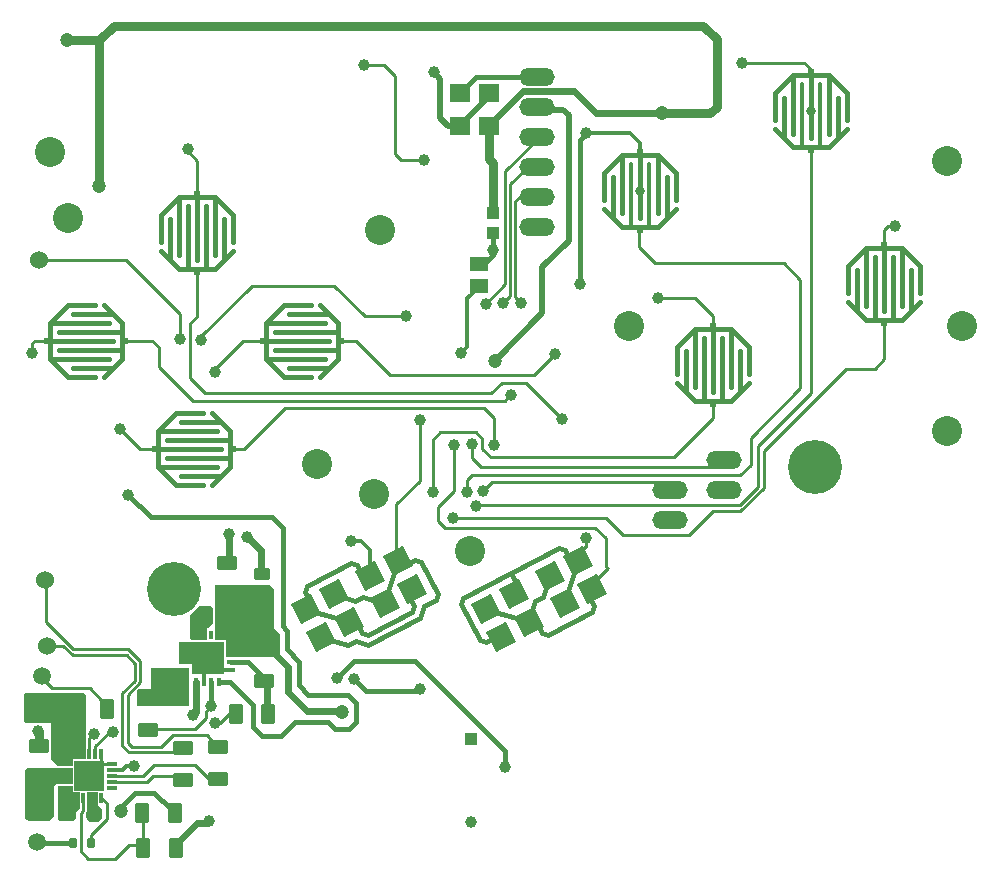
<source format=gtl>
G04 Layer_Physical_Order=1*
G04 Layer_Color=658098*
%FSLAX44Y44*%
%MOMM*%
G71*
G01*
G75*
%ADD10R,0.6000X0.6000*%
G04:AMPARAMS|DCode=11|XSize=1.75mm|YSize=1.25mm|CornerRadius=0.3125mm|HoleSize=0mm|Usage=FLASHONLY|Rotation=0.000|XOffset=0mm|YOffset=0mm|HoleType=Round|Shape=RoundedRectangle|*
%AMROUNDEDRECTD11*
21,1,1.7500,0.6250,0,0,0.0*
21,1,1.1250,1.2500,0,0,0.0*
1,1,0.6250,0.5625,-0.3125*
1,1,0.6250,-0.5625,-0.3125*
1,1,0.6250,-0.5625,0.3125*
1,1,0.6250,0.5625,0.3125*
%
%ADD11ROUNDEDRECTD11*%
G04:AMPARAMS|DCode=12|XSize=1.75mm|YSize=1.25mm|CornerRadius=0.3125mm|HoleSize=0mm|Usage=FLASHONLY|Rotation=270.000|XOffset=0mm|YOffset=0mm|HoleType=Round|Shape=RoundedRectangle|*
%AMROUNDEDRECTD12*
21,1,1.7500,0.6250,0,0,270.0*
21,1,1.1250,1.2500,0,0,270.0*
1,1,0.6250,-0.3125,-0.5625*
1,1,0.6250,-0.3125,0.5625*
1,1,0.6250,0.3125,0.5625*
1,1,0.6250,0.3125,-0.5625*
%
%ADD12ROUNDEDRECTD12*%
G04:AMPARAMS|DCode=13|XSize=1.4mm|YSize=1.1mm|CornerRadius=0.275mm|HoleSize=0mm|Usage=FLASHONLY|Rotation=0.000|XOffset=0mm|YOffset=0mm|HoleType=Round|Shape=RoundedRectangle|*
%AMROUNDEDRECTD13*
21,1,1.4000,0.5500,0,0,0.0*
21,1,0.8500,1.1000,0,0,0.0*
1,1,0.5500,0.4250,-0.2750*
1,1,0.5500,-0.4250,-0.2750*
1,1,0.5500,-0.4250,0.2750*
1,1,0.5500,0.4250,0.2750*
%
%ADD13ROUNDEDRECTD13*%
%ADD14R,1.0000X1.1001*%
%ADD15R,1.5001X1.3000*%
%ADD16R,0.6000X0.6000*%
%ADD17R,1.8001X1.5999*%
%ADD18P,2.6941X4X72.5*%
G04:AMPARAMS|DCode=19|XSize=0.6mm|YSize=0.9mm|CornerRadius=0.15mm|HoleSize=0mm|Usage=FLASHONLY|Rotation=0.000|XOffset=0mm|YOffset=0mm|HoleType=Round|Shape=RoundedRectangle|*
%AMROUNDEDRECTD19*
21,1,0.6000,0.6000,0,0,0.0*
21,1,0.3000,0.9000,0,0,0.0*
1,1,0.3000,0.1500,-0.3000*
1,1,0.3000,-0.1500,-0.3000*
1,1,0.3000,-0.1500,0.3000*
1,1,0.3000,0.1500,0.3000*
%
%ADD19ROUNDEDRECTD19*%
%ADD20R,2.8000X2.8000*%
%ADD21R,0.8000X0.3500*%
%ADD22R,0.3500X0.8000*%
%ADD23R,2.5000X2.5000*%
%ADD24R,0.8130X0.3050*%
%ADD25R,0.3050X0.8130*%
%ADD26C,0.2540*%
%ADD27C,0.4000*%
%ADD28C,0.6000*%
%ADD29C,0.3000*%
%ADD30C,0.4064*%
%ADD31C,0.8000*%
%ADD32C,0.5000*%
%ADD33C,0.3500*%
%ADD34C,2.5400*%
%ADD35C,4.5720*%
%ADD36C,1.5240*%
%ADD37O,3.0000X1.5000*%
%ADD38C,1.5000*%
%ADD39R,1.5000X1.5000*%
%ADD40R,1.0000X1.0000*%
%ADD41C,1.0000*%
%ADD42C,1.2000*%
%ADD43C,0.5000*%
%ADD44C,0.8000*%
G36*
X417000Y299500D02*
Y286462D01*
X412500Y283000D01*
Y282524D01*
X412476D01*
Y272750D01*
X398500D01*
X398250Y273000D01*
X398000Y273250D01*
Y285500D01*
Y293500D01*
X406000Y301500D01*
X415000D01*
X417000Y299500D01*
D02*
G37*
G36*
X469000Y315500D02*
X469000Y282250D01*
X473500Y277750D01*
X473500Y259250D01*
X472000Y258500D01*
X428024Y258500D01*
Y272524D01*
X428000D01*
Y272750D01*
X419024D01*
Y282524D01*
X419000D01*
Y288000D01*
Y318750D01*
X465750D01*
X469000Y315500D01*
D02*
G37*
G36*
X399933Y251951D02*
X388500Y251951D01*
X388500Y271000D01*
X399933D01*
X399933Y251951D01*
D02*
G37*
G36*
X396500Y240000D02*
Y217000D01*
X375000Y217000D01*
X352500D01*
Y229724D01*
X354026Y231250D01*
X364750D01*
Y243500D01*
Y249000D01*
X396500D01*
Y240000D01*
D02*
G37*
G36*
X309250Y226250D02*
X309250Y171504D01*
X298396D01*
Y171500D01*
X298250D01*
Y165756D01*
X286243D01*
X280250Y171750D01*
X280250Y202250D01*
X258750Y202250D01*
X257000Y204000D01*
X257000Y227041D01*
X257959Y228000D01*
X307500Y228000D01*
X309250Y226250D01*
D02*
G37*
G36*
X298396Y150900D02*
X285500D01*
X285139Y150750D01*
X284750D01*
X284475Y150475D01*
X284334Y150416D01*
X284275Y150275D01*
X282500Y148500D01*
Y145250D01*
Y123000D01*
X278500Y119000D01*
X261000D01*
X258250Y121250D01*
Y162500D01*
X258750Y163000D01*
X260041Y164107D01*
X260041Y164107D01*
Y164107D01*
X298396D01*
Y150900D01*
D02*
G37*
G36*
Y143456D02*
X304250D01*
X304250Y129500D01*
X301500Y126750D01*
X301500Y121599D01*
X299750Y119492D01*
X287008D01*
X285500Y121000D01*
Y148500D01*
Y149250D01*
X298396D01*
Y143456D01*
D02*
G37*
G36*
X319500Y133000D02*
X323500Y129000D01*
Y121529D01*
X319971Y118000D01*
X312250D01*
X309250Y122500D01*
X309250Y125744D01*
X309354Y125848D01*
X309354Y125848D01*
X309972Y126772D01*
X310011Y126967D01*
X310500Y127750D01*
Y143456D01*
X319500D01*
X319500Y133000D01*
D02*
G37*
D10*
X985500Y540980D02*
D03*
Y607020D02*
D03*
X840750Y472480D02*
D03*
Y538520D02*
D03*
X403750Y584230D02*
D03*
Y650270D02*
D03*
X923250Y753020D02*
D03*
Y686980D02*
D03*
X778500Y685770D02*
D03*
Y619730D02*
D03*
D11*
X269500Y155250D02*
D03*
Y182750D02*
D03*
X428750Y310000D02*
D03*
Y337500D02*
D03*
X460750Y237500D02*
D03*
Y265000D02*
D03*
X362000Y223750D02*
D03*
Y196250D02*
D03*
X421250Y154750D02*
D03*
Y182250D02*
D03*
X391750Y153750D02*
D03*
Y181250D02*
D03*
D12*
X300250Y214500D02*
D03*
X327750D02*
D03*
X436500Y209750D02*
D03*
X464000D02*
D03*
X357250Y126000D02*
D03*
X384750D02*
D03*
X358250Y96500D02*
D03*
X385750D02*
D03*
D13*
X458250Y310500D02*
D03*
Y328000D02*
D03*
D14*
X654250Y633749D02*
D03*
Y616751D02*
D03*
D15*
X642750Y572250D02*
D03*
Y591250D02*
D03*
D16*
X434270Y434500D02*
D03*
X368230D02*
D03*
X343020Y525750D02*
D03*
X276980D02*
D03*
X525770Y526000D02*
D03*
X459730D02*
D03*
D17*
X651000Y707999D02*
D03*
Y736001D02*
D03*
X626000Y707999D02*
D03*
Y736001D02*
D03*
D18*
X573727Y339400D02*
D03*
X550070Y327085D02*
D03*
X726127Y339400D02*
D03*
X738442Y315743D02*
D03*
X562385Y303428D02*
D03*
X586042Y315743D02*
D03*
X573727Y339400D02*
D03*
X550070Y327085D02*
D03*
X519655Y311252D02*
D03*
X531970Y287595D02*
D03*
X508313Y275280D02*
D03*
X495998Y298937D02*
D03*
X648398D02*
D03*
X660713Y275280D02*
D03*
X684370Y287595D02*
D03*
X672055Y311252D02*
D03*
X702470Y327085D02*
D03*
X726127Y339400D02*
D03*
X738442Y315743D02*
D03*
X714785Y303428D02*
D03*
D19*
X298750Y100250D02*
D03*
X313750D02*
D03*
D20*
X412500Y257000D02*
D03*
D21*
X432500Y266750D02*
D03*
Y260250D02*
D03*
Y253750D02*
D03*
Y247250D02*
D03*
X392500D02*
D03*
Y253750D02*
D03*
Y260250D02*
D03*
Y266750D02*
D03*
D22*
X422250Y237000D02*
D03*
X415750D02*
D03*
X409250D02*
D03*
X402750D02*
D03*
Y277000D02*
D03*
X409250D02*
D03*
X415750D02*
D03*
X422250D02*
D03*
D23*
X312420Y157480D02*
D03*
D24*
X293620Y147570D02*
D03*
Y152400D02*
D03*
Y157480D02*
D03*
Y162560D02*
D03*
Y167390D02*
D03*
X331220Y167380D02*
D03*
Y162560D02*
D03*
Y157480D02*
D03*
Y152400D02*
D03*
Y147570D02*
D03*
D25*
X302510Y176280D02*
D03*
X307340D02*
D03*
X312420D02*
D03*
X317500D02*
D03*
X322330D02*
D03*
X322580Y138680D02*
D03*
X317500D02*
D03*
X312420D02*
D03*
X307340D02*
D03*
X302510D02*
D03*
D26*
X450000Y572500D02*
X520000D01*
X406500Y529000D02*
X450000Y572500D01*
X406500Y524000D02*
Y529000D01*
X389000Y527000D02*
Y548500D01*
X397500Y494250D02*
Y540250D01*
Y494250D02*
X410250Y481500D01*
X397500Y540250D02*
X403750Y546500D01*
X343250Y594250D02*
X389000Y548500D01*
X410250Y481500D02*
X652750D01*
X400000Y475250D02*
X664125D01*
X371250Y504000D02*
X400000Y475250D01*
X371250Y504000D02*
Y520500D01*
X338750Y450750D02*
X355000Y434500D01*
X368230D01*
X264250Y515250D02*
Y523750D01*
X365750Y526000D02*
X371250Y520500D01*
X520000Y572500D02*
X546000Y546500D01*
X270250Y594250D02*
X343250D01*
X546000Y546500D02*
X580500D01*
X442500Y526000D02*
X462270D01*
X418500Y502000D02*
X442500Y526000D01*
X418500Y499750D02*
Y502000D01*
X403750Y546500D02*
Y584230D01*
X343020Y526000D02*
X365750D01*
X733250Y352000D02*
Y358500D01*
X726127Y344877D02*
X733250Y352000D01*
X726127Y339400D02*
Y344877D01*
X613250Y367750D02*
X741000D01*
X749750Y334000D02*
Y359000D01*
X576500Y678750D02*
X596000D01*
X571250Y684000D02*
Y750250D01*
X562000Y759500D02*
X571250Y750250D01*
X545382Y759500D02*
X562000D01*
X571250Y684000D02*
X576500Y678750D01*
X329750Y194750D02*
X332250D01*
X411250Y211797D02*
X415750Y216297D01*
X411250Y206750D02*
Y211797D01*
X403750Y650270D02*
Y678250D01*
X395750Y686250D02*
X403750Y678250D01*
X395750Y686250D02*
Y688250D01*
X651000Y616751D02*
X654250Y613501D01*
X825250Y562000D02*
X840750Y546500D01*
X793500Y562000D02*
X825250D01*
X977250Y502250D02*
X985250Y510250D01*
X923250Y482000D02*
Y686980D01*
X797450Y406000D02*
X803750Y399700D01*
X653500Y406000D02*
X797450D01*
X646000Y398500D02*
X653500Y406000D01*
X900250Y591750D02*
X914500Y577500D01*
X791750Y591750D02*
X900250D01*
X878250Y437000D02*
X923250Y482000D01*
X603000Y442000D02*
X609750Y448750D01*
X603000Y398000D02*
Y442000D01*
X676900Y647900D02*
X691750D01*
X684050Y673300D02*
X691750D01*
X843800Y419250D02*
X849500Y424950D01*
X305250Y93750D02*
Y125772D01*
Y93750D02*
X311500Y87500D01*
X525770Y525750D02*
X538000D01*
X646750Y558750D02*
X648250Y557250D01*
X572250Y342250D02*
Y387250D01*
Y342250D02*
X575000Y339500D01*
X572250Y387250D02*
X592250Y407250D01*
Y459000D01*
X621000Y398500D02*
Y438000D01*
X607500Y385000D02*
X621000Y398500D01*
X607500Y373500D02*
Y385000D01*
X609750Y448750D02*
X639500D01*
X636500Y427000D02*
Y438250D01*
Y427000D02*
X644250Y419250D01*
X639500Y448750D02*
X645250Y443000D01*
Y434250D02*
Y443000D01*
Y434250D02*
X652250Y427250D01*
X807750D01*
X632000Y398000D02*
Y407750D01*
X644250Y419250D02*
X843800D01*
X573727Y339400D02*
Y343273D01*
X807750Y427250D02*
X840750Y460250D01*
Y475020D01*
X778250Y605250D02*
Y619730D01*
Y605250D02*
X791750Y591750D01*
X740192Y322192D02*
X751500Y333500D01*
X740192Y315243D02*
Y322192D01*
X322500Y139018D02*
Y140250D01*
Y139018D02*
X327250Y134268D01*
Y121250D02*
Y134268D01*
X322326Y167386D02*
X331216D01*
X366000Y157500D02*
X388000D01*
X360900Y152400D02*
X366000Y157500D01*
X305250Y125772D02*
X307340Y127862D01*
X357500Y99250D02*
Y129000D01*
X357250Y99000D02*
X357500Y99250D01*
X345750Y99000D02*
X357250D01*
X334250Y87500D02*
X345750Y99000D01*
X311500Y87500D02*
X334250D01*
X307340Y127862D02*
Y138684D01*
X313500Y103000D02*
Y107500D01*
X327250Y121250D01*
X264250Y523750D02*
X266500Y526000D01*
X276980D01*
X985520Y607020D02*
Y619770D01*
X988500Y622750D01*
X840750Y538520D02*
Y546500D01*
X988500Y622750D02*
X994750D01*
X607500Y373500D02*
X613250Y367750D01*
X741000D02*
X749750Y359000D01*
X274750Y323500D02*
X275648Y321200D01*
X322326Y167386D02*
Y176276D01*
X312420Y176280D02*
Y189670D01*
X351077Y238077D02*
Y252587D01*
X345500Y264500D02*
X355500Y254500D01*
X331216Y152400D02*
X360900D01*
X357706Y157206D02*
X367044Y166544D01*
X331216Y157206D02*
Y157480D01*
Y157206D02*
X357706D01*
X367044Y166544D02*
X401706D01*
X413500Y154750D01*
X417500D01*
X340500Y227500D02*
X351077Y238077D01*
X344956Y209294D02*
X345000Y209250D01*
X383250Y191750D02*
X411750D01*
X421250Y182250D01*
X344163Y259500D02*
X351077Y252587D01*
X277000Y267750D02*
X290000D01*
X298250Y259500D01*
X344163D01*
X275648Y287852D02*
Y321200D01*
Y287852D02*
X299000Y264500D01*
X345500D01*
X345000Y185000D02*
Y209250D01*
X340500Y183000D02*
Y227500D01*
X355500Y236753D02*
Y254500D01*
X344956Y209294D02*
Y226209D01*
X355500Y236753D01*
X322250Y222000D02*
X326000D01*
X272250Y240400D02*
X281150Y231500D01*
X312750D01*
X322250Y222000D01*
X340500Y183000D02*
X346000Y177500D01*
X391750D01*
X393750Y179500D01*
X373250Y181750D02*
X383250Y191750D01*
X345000Y185000D02*
X348250Y181750D01*
X373250D01*
X360500Y198934D02*
X362434Y197000D01*
X401500D01*
X411250Y206750D01*
X985250Y510250D02*
Y540980D01*
X923250Y753020D02*
Y755560D01*
X865250Y761250D02*
X917560D01*
X923250Y755560D01*
X664750Y669250D02*
X692975Y697475D01*
X648250Y557250D02*
X664750Y573750D01*
X669000Y658250D02*
X684050Y673300D01*
X662749Y557749D02*
X669000Y564000D01*
Y658250D01*
X673250Y562500D02*
X678250Y557500D01*
X673250Y562500D02*
Y644250D01*
X676900Y647900D01*
X664750Y573750D02*
Y669250D01*
X878250Y401747D02*
Y437000D01*
X863750Y381500D02*
X883750Y401500D01*
X764000Y361500D02*
X820500D01*
X620750Y376000D02*
X749500D01*
X764000Y361500D01*
X820500D02*
X840500Y381500D01*
X863750D01*
X863503Y387000D02*
X878250Y401747D01*
X639500Y387000D02*
X863503D01*
X632000Y407750D02*
X636750Y412500D01*
X863750D01*
X872250Y421000D01*
X883750Y401500D02*
Y432750D01*
X953250Y502250D01*
X977250D01*
X872250Y421000D02*
Y443500D01*
X914500Y485750D01*
Y577500D01*
X668000Y480000D02*
X670250Y477750D01*
X668000Y480000D02*
X669750D01*
X655000Y438000D02*
Y460250D01*
X538000Y525750D02*
X567000Y496750D01*
X688750D01*
X707000Y515000D01*
X646250Y469000D02*
X655000Y460250D01*
X664125Y475250D02*
X668875Y480000D01*
X652750Y481500D02*
X661500Y490250D01*
X682000D01*
X712500Y459750D01*
X477750Y469000D02*
X646250D01*
X434270Y434500D02*
X443250D01*
X477750Y469000D01*
X317500Y176280D02*
Y182500D01*
X329750Y194750D01*
X312420Y189670D02*
X316000Y193250D01*
D27*
X489750Y234000D02*
Y254250D01*
X479500Y264500D02*
X489750Y254250D01*
X479500Y264500D02*
Y280500D01*
X476000Y284000D02*
X479500Y280500D01*
X476000Y284000D02*
Y367500D01*
X467000Y376500D02*
X476000Y367500D01*
X489750Y234000D02*
X498000Y225750D01*
X531500D01*
X532000Y197000D02*
X538000Y203000D01*
X520750Y197000D02*
X532000D01*
X514750Y203000D02*
X520750Y197000D01*
X486750Y203000D02*
X514750D01*
X474750Y191000D02*
X486750Y203000D01*
X458750Y191000D02*
X474750D01*
X538000Y203000D02*
Y219250D01*
X450750Y199000D02*
X458750Y191000D01*
X447000Y253750D02*
X463250Y237500D01*
X432500Y253750D02*
X447000D01*
X588500Y254500D02*
X664250Y178750D01*
X536250Y254500D02*
X588500D01*
X521750Y240000D02*
X536250Y254500D01*
X536750Y239250D02*
X546500Y229500D01*
X590750D01*
X664250Y165250D02*
Y178750D01*
X345500Y395250D02*
X364250Y376500D01*
X467000D01*
X450750Y199000D02*
Y217750D01*
X531500Y225750D02*
X538000Y219250D01*
X415750Y216297D02*
Y237000D01*
X431500Y237000D02*
X450750Y217750D01*
X422750Y237000D02*
X431500D01*
X270510Y101600D02*
X271860Y100250D01*
X298750D01*
X367500Y143250D02*
X381750Y129000D01*
X339000Y127750D02*
Y131250D01*
X351000Y143250D01*
X367500D01*
X728000Y574000D02*
Y696250D01*
X733250Y701500D01*
X647000Y591000D02*
X654250Y598250D01*
Y603000D02*
Y613501D01*
Y598250D02*
Y603000D01*
X626000Y736001D02*
X639500Y749500D01*
X691750D01*
D28*
X465250Y265000D02*
X480750Y249500D01*
Y228750D02*
Y249500D01*
Y228750D02*
X497000Y212500D01*
X460750Y265000D02*
X465250D01*
X381750Y129000D02*
X385000D01*
X497000Y212500D02*
X526000D01*
X526750Y211750D01*
X412750Y117750D02*
X414000Y119000D01*
X403500Y117750D02*
X412750D01*
X385000Y99250D02*
X403500Y117750D01*
X463250Y209500D02*
Y237500D01*
Y209500D02*
X463500Y209250D01*
X457500Y330000D02*
X460000Y327500D01*
X457500Y330000D02*
Y348750D01*
X446250Y360000D02*
X457500Y348750D01*
X431000Y340250D02*
Y362000D01*
X427500Y336750D02*
X431000Y340250D01*
X400500Y209250D02*
X402750Y211500D01*
Y237000D01*
X723000Y737250D02*
X741500Y718750D01*
X650000Y707999D02*
X679250Y737250D01*
X723000D01*
X741500Y718750D02*
X797000D01*
D29*
X590750Y229500D02*
X592500Y231250D01*
X424250Y202250D02*
X431750Y209750D01*
X419250Y202250D02*
X424250D01*
X431750Y209750D02*
X436500D01*
X770500Y701500D02*
X778500Y693500D01*
X733250Y701500D02*
X770500D01*
X778500Y685770D02*
Y693500D01*
X422250Y247250D02*
X432500D01*
X385000Y129000D02*
X385750D01*
X409250Y237000D02*
Y253750D01*
X627500Y515750D02*
X632500Y520750D01*
Y562000D01*
X635500Y565000D01*
X642750Y572250D01*
X533705Y356045D02*
X542455D01*
X550070Y348430D01*
Y327085D02*
Y348430D01*
X930870Y689520D02*
Y742860D01*
X915630Y689520D02*
Y742860D01*
X786120Y622270D02*
Y675610D01*
X770880Y622270D02*
Y675610D01*
D30*
X370770Y434500D02*
Y449740D01*
Y419260D02*
Y434500D01*
X388510Y598200D02*
Y647730D01*
X396130Y586770D02*
Y640110D01*
X380890Y594390D02*
Y628680D01*
X403750Y594390D02*
Y647730D01*
X373270Y609630D02*
Y632490D01*
X388510Y647730D01*
X396130Y586770D02*
X411370D01*
X340480Y518130D02*
Y533370D01*
X523230Y518380D02*
Y533620D01*
X481320Y548860D02*
X515610D01*
X462270Y526000D02*
X515610D01*
X462270Y541240D02*
X511800D01*
X477510Y556480D02*
X500370D01*
X462270Y541240D02*
X477510Y556480D01*
X523230Y533620D02*
Y541240D01*
X515610Y548860D02*
X523230Y541240D01*
X469890Y518380D02*
X523230D01*
X955020Y558760D02*
X962640Y551140D01*
X1008360D02*
X1015980Y558760D01*
X955020Y566380D02*
Y589240D01*
X970260Y604480D01*
X1015980Y566380D02*
Y589240D01*
X1000740Y604480D02*
X1015980Y589240D01*
X962640Y551140D02*
Y585430D01*
X970260Y554950D02*
Y604480D01*
X977880Y543520D02*
Y596860D01*
X985500Y551140D02*
Y604480D01*
X993120Y543520D02*
Y596860D01*
X1000740Y554950D02*
Y604480D01*
X1008360Y551140D02*
Y585430D01*
X985500Y604480D02*
X1000740D01*
X970260D02*
X985500D01*
X962640Y551140D02*
X970260Y543520D01*
X977880D01*
X993120D01*
X1000740D01*
X1008360Y551140D01*
X810270Y490260D02*
X817890Y482640D01*
X863610D02*
X871230Y490260D01*
X810270Y497880D02*
Y520740D01*
X825510Y535980D01*
X871230Y497880D02*
Y520740D01*
X855990Y535980D02*
X871230Y520740D01*
X817890Y482640D02*
Y516930D01*
X825510Y486450D02*
Y535980D01*
X833130Y475020D02*
Y528360D01*
X840750Y482640D02*
Y535980D01*
X848370Y475020D02*
Y528360D01*
X855990Y486450D02*
Y535980D01*
X863610Y482640D02*
Y516930D01*
X840750Y535980D02*
X855990D01*
X825510D02*
X840750D01*
X817890Y482640D02*
X825510Y475020D01*
X833130D01*
X848370D01*
X855990D01*
X863610Y482640D01*
X416490Y404020D02*
X424110Y411640D01*
X416490Y464980D02*
X424110Y457360D01*
X386010Y404020D02*
X408870D01*
X370770Y419260D02*
X386010Y404020D01*
Y464980D02*
X408870D01*
X370770Y449740D02*
X386010Y464980D01*
X389820Y411640D02*
X424110D01*
X370770Y419260D02*
X420300D01*
X378390Y426880D02*
X431730D01*
X370770Y434500D02*
X424110D01*
X378390Y442120D02*
X431730D01*
X370770Y449740D02*
X420300D01*
X389820Y457360D02*
X424110D01*
Y411640D02*
X431730Y419260D01*
Y426880D01*
Y442120D02*
Y449740D01*
X424110Y457360D02*
X431730Y449740D01*
X325240Y495270D02*
X332860Y502890D01*
X325240Y556230D02*
X332860Y548610D01*
X294760Y495270D02*
X317620D01*
X279520Y510510D02*
X294760Y495270D01*
Y556230D02*
X317620D01*
X279520Y540990D02*
X294760Y556230D01*
X298570Y502890D02*
X332860D01*
X279520Y510510D02*
X329050D01*
X287140Y518130D02*
X340480D01*
X279520Y525750D02*
X332860D01*
X287140Y533370D02*
X340480D01*
X279520Y540990D02*
X329050D01*
X298570Y548610D02*
X332860D01*
X279520Y525750D02*
Y540990D01*
Y510510D02*
Y525750D01*
X332860Y502890D02*
X340480Y510510D01*
Y518130D01*
Y533370D02*
Y540990D01*
X332860Y548610D02*
X340480Y540990D01*
X507990Y495520D02*
X515610Y503140D01*
X507990Y556480D02*
X515610Y548860D01*
X477510Y495520D02*
X500370D01*
X462270Y510760D02*
X477510Y495520D01*
X481320Y503140D02*
X515610D01*
X462270Y510760D02*
X511800D01*
X469890Y533620D02*
X523230D01*
X462270Y526000D02*
Y541240D01*
Y510760D02*
Y526000D01*
X515610Y503140D02*
X523230Y510760D01*
Y518380D01*
X538844Y336274D02*
X542362Y329515D01*
X533705Y337895D02*
X538844Y336274D01*
X496530Y318543D02*
X533705Y337895D01*
X494910Y313404D02*
X496530Y318543D01*
X494910Y313404D02*
X498429Y306645D01*
X544399Y309099D02*
X554677Y305859D01*
X537640Y305581D02*
X544399Y309099D01*
X527363Y308821D02*
X537640Y305581D01*
X581435Y336969D02*
X588194Y340488D01*
X593333Y338868D01*
X607407Y311832D01*
X605787Y306693D02*
X607407Y311832D01*
X595648Y301415D02*
X605787Y306693D01*
X592408Y291138D02*
X595648Y301415D01*
X548474Y268267D02*
X592408Y291138D01*
X538196Y271508D02*
X548474Y268267D01*
X531437Y267989D02*
X538196Y271508D01*
X516021Y272850D02*
X531437Y267989D01*
X539678Y285165D02*
X543196Y278406D01*
X548335Y276785D01*
X585510Y296137D01*
X587130Y301276D01*
X583611Y308035D02*
X587130Y301276D01*
X564816Y311137D02*
X571297Y331692D01*
X503706Y296506D02*
X524262Y290025D01*
X656106Y296506D02*
X676662Y290025D01*
X717216Y311137D02*
X723697Y331692D01*
X669207Y329098D02*
X674485Y318960D01*
X669207Y329098D02*
X709762Y350210D01*
X714900Y348589D01*
X718419Y341830D01*
X696799Y309099D02*
X700040Y319377D01*
X690041Y305581D02*
X696799Y309099D01*
X686800Y295303D02*
X690041Y305581D01*
X736011Y308035D02*
X739530Y301276D01*
X737910Y296137D02*
X739530Y301276D01*
X700735Y276785D02*
X737910Y296137D01*
X695596Y278406D02*
X700735Y276785D01*
X692078Y285165D02*
X695596Y278406D01*
X648005Y270812D02*
X651385Y272572D01*
X642866Y272433D02*
X648005Y270812D01*
X627033Y302848D02*
X642866Y272433D01*
X627033Y302848D02*
X628653Y307987D01*
X669207Y329098D01*
X373270Y602010D02*
X380890Y594390D01*
X426610D02*
X434230Y602010D01*
Y609630D02*
Y632490D01*
X418990Y647730D02*
X434230Y632490D01*
X411370Y586770D02*
Y640110D01*
X418990Y598200D02*
Y647730D01*
X426610Y594390D02*
Y628680D01*
X403750Y647730D02*
X418990D01*
X388510D02*
X403750D01*
X380890Y594390D02*
X388510Y586770D01*
X396130D01*
X411370D02*
X418990D01*
X426610Y594390D01*
X923250Y697140D02*
Y750480D01*
X915630Y689520D02*
X930870D01*
X938490D01*
X892770Y704760D02*
X900390Y697140D01*
X946110D02*
X953730Y704760D01*
X892770Y712380D02*
Y735240D01*
X908010Y750480D01*
X953730Y712380D02*
Y735240D01*
X938490Y750480D02*
X953730Y735240D01*
X900390Y697140D02*
Y731430D01*
X908010Y700950D02*
Y750480D01*
X938490Y700950D02*
Y750480D01*
X946110Y697140D02*
Y731430D01*
X923250Y750480D02*
X938490D01*
X908010D02*
X923250D01*
X900390Y697140D02*
X908010Y689520D01*
X938490D02*
X946110Y697140D01*
X908010Y689520D02*
X915630D01*
X778500Y629890D02*
Y683230D01*
X770880Y622270D02*
X786120D01*
X793740D01*
X748020Y637510D02*
X755640Y629890D01*
X801360D02*
X808980Y637510D01*
X748020Y645130D02*
Y667990D01*
X763260Y683230D01*
X808980Y645130D02*
Y667990D01*
X793740Y683230D02*
X808980Y667990D01*
X755640Y629890D02*
Y664180D01*
X763260Y633700D02*
Y683230D01*
X793740Y633700D02*
Y683230D01*
X801360Y629890D02*
Y664180D01*
X778500Y683230D02*
X793740D01*
X763260D02*
X778500D01*
X755640Y629890D02*
X763260Y622270D01*
X793740D02*
X801360Y629890D01*
X763260Y622270D02*
X770880D01*
X431730Y426880D02*
Y442120D01*
D31*
X293250Y780750D02*
X321000D01*
Y657250D02*
Y780750D01*
X333000Y792750D01*
X269500Y182500D02*
Y195000D01*
X654250Y633749D02*
Y676500D01*
X650750Y680000D02*
X654250Y676500D01*
X650750Y680000D02*
Y707250D01*
X650000Y707999D02*
X650750Y707250D01*
X333000Y792750D02*
X831750D01*
X843500Y781000D01*
Y724000D02*
Y781000D01*
X838250Y718750D02*
X843500Y724000D01*
X797000Y718750D02*
X838250D01*
D32*
X696000Y549000D02*
Y588000D01*
X656000Y509000D02*
X696000Y549000D01*
X694250Y721350D02*
X713650D01*
X696000Y588000D02*
X718250Y610250D01*
Y716750D01*
X713650Y721350D02*
X718250Y716750D01*
X626000Y707999D02*
X651000Y732999D01*
Y736001D01*
X615751Y707999D02*
X626000D01*
X609500Y714250D02*
X615751Y707999D01*
X609500Y714250D02*
Y747750D01*
X604250Y753000D02*
X609500Y747750D01*
D33*
X340810Y162560D02*
X343750Y165500D01*
X348750D01*
X331216Y162560D02*
X340810D01*
D34*
X635000Y347980D02*
D03*
X279400Y685800D02*
D03*
X558800Y619760D02*
D03*
X553720Y396240D02*
D03*
X505460Y421640D02*
D03*
X294640Y629920D02*
D03*
X1038860Y678180D02*
D03*
Y449580D02*
D03*
X769620Y538480D02*
D03*
X1051560D02*
D03*
D35*
X384000Y316000D02*
D03*
X927100Y419100D02*
D03*
D36*
X270250Y594250D02*
D03*
X277000Y267750D02*
D03*
X274750Y323500D02*
D03*
D37*
X849500Y399550D02*
D03*
Y424950D02*
D03*
X803750Y374300D02*
D03*
Y399700D02*
D03*
X691750Y749500D02*
D03*
Y724100D02*
D03*
Y698700D02*
D03*
Y673300D02*
D03*
Y647900D02*
D03*
Y622500D02*
D03*
D38*
X272250Y242150D02*
D03*
X268250Y101600D02*
D03*
D39*
X272250Y216750D02*
D03*
X268250Y127000D02*
D03*
D40*
X635250Y188750D02*
D03*
D41*
Y118750D02*
D03*
X407250Y526250D02*
D03*
X389000Y527000D02*
D03*
X521750Y240000D02*
D03*
X664250Y165250D02*
D03*
X345500Y395250D02*
D03*
X338750Y450750D02*
D03*
X264250Y515250D02*
D03*
X536750Y239250D02*
D03*
X418500Y499750D02*
D03*
X592500Y231250D02*
D03*
X733250Y358500D02*
D03*
X596000Y678750D02*
D03*
X604250Y753000D02*
D03*
X332250Y194750D02*
D03*
X415750Y216297D02*
D03*
X419250Y202250D02*
D03*
X733250Y701500D02*
D03*
X728000Y574000D02*
D03*
X395750Y688250D02*
D03*
X793500Y562000D02*
D03*
X545382Y759500D02*
D03*
X414000Y119000D02*
D03*
X431000Y362000D02*
D03*
X446250Y360000D02*
D03*
X648250Y557250D02*
D03*
X678250Y557500D02*
D03*
X662749Y557749D02*
D03*
X592250Y459000D02*
D03*
X621000Y438000D02*
D03*
X636500Y438250D02*
D03*
X620750Y376000D02*
D03*
X603000Y398000D02*
D03*
X632000D02*
D03*
X580500Y546500D02*
D03*
X707000Y515000D02*
D03*
X712500Y459750D02*
D03*
X639500Y385750D02*
D03*
X655000Y438000D02*
D03*
X400500Y209250D02*
D03*
X646000Y398500D02*
D03*
X269000Y195500D02*
D03*
X865250Y761250D02*
D03*
X994750Y622750D02*
D03*
X533705Y356045D02*
D03*
X627500Y515750D02*
D03*
X350500Y165750D02*
D03*
X654250Y603000D02*
D03*
X669750Y480000D02*
D03*
X316000Y193250D02*
D03*
D42*
X460500Y291750D02*
D03*
X526750Y211750D02*
D03*
X292500Y130250D02*
D03*
X293250Y780750D02*
D03*
X321000Y657250D02*
D03*
X656000Y509000D02*
D03*
X316500Y124750D02*
D03*
X408000Y291250D02*
D03*
X437000Y287750D02*
D03*
X374500Y239500D02*
D03*
X339000Y127750D02*
D03*
X797000Y718750D02*
D03*
D43*
X304800Y165100D02*
D03*
X422660Y246840D02*
D03*
Y267160D02*
D03*
X412500Y246840D02*
D03*
Y267160D02*
D03*
X402340Y246840D02*
D03*
Y267160D02*
D03*
Y257000D02*
D03*
X412500D02*
D03*
X422660D02*
D03*
X320040Y149860D02*
D03*
Y157480D02*
D03*
Y165100D02*
D03*
X304800Y157480D02*
D03*
Y149860D02*
D03*
X312420Y165100D02*
D03*
Y149860D02*
D03*
Y157480D02*
D03*
D44*
X923250Y720000D02*
D03*
X778500Y652750D02*
D03*
M02*

</source>
